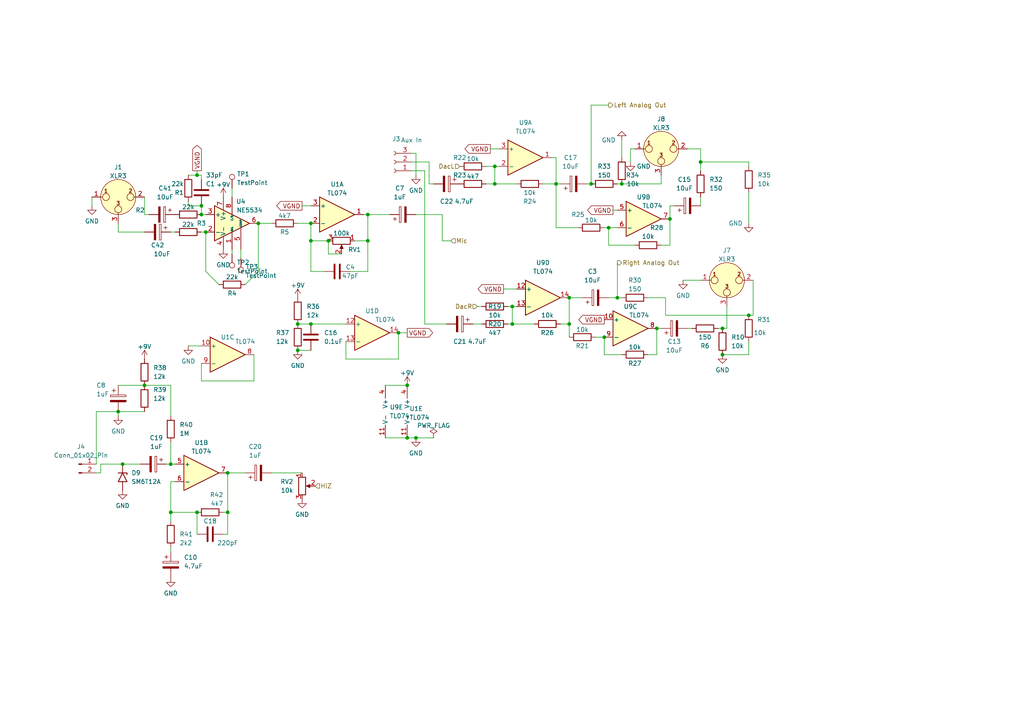
<source format=kicad_sch>
(kicad_sch (version 20230121) (generator eeschema)
  (paper "A4")
  (lib_symbols
    (symbol "Amplifier_Operational:NE5534" (pin_names (offset 0.127))
      (property "Reference" "U" (at 1.27 6.35 0))
      (property "Value" "NE5534" (at 1.27 3.81 0))
      (symbol "NE5534_0_1"
        (polyline (pts (xy -5.08 5.08) (xy 5.08 0) (xy -5.08 -5.08) (xy -5.08 5.08)) (stroke (width 0.254)) (fill (type background)))
      )
      (symbol "NE5534_1_1"
        (pin input line (at 0 -7.62 90) (length 5.08) (name "BAL") (number "1"))
        (pin input line (at -7.62 -2.54 0) (length 2.54) (name "-") (number "2"))
        (pin input line (at -7.62 2.54 0) (length 2.54) (name "+") (number "3"))
        (pin power_in line (at -2.54 -7.62 90) (length 3.81) (name "V-") (number "4"))
        (pin input line (at 2.54 -7.62 90) (length 6.35) (name "COMP") (number "5"))
        (pin output line (at 7.62 0 180) (length 2.54) (name "~") (number "6"))
        (pin power_in line (at -2.54 7.62 270) (length 3.81) (name "V+") (number "7"))
        (pin input line (at 0 7.62 270) (length 5.08) (name "C/B") (number "8"))
      )
    )
    (symbol "Amplifier_Operational:TL074" (pin_names (offset 0.127))
      (property "Reference" "U" (at 0 5.08 0))
      (property "Value" "TL074" (at 0 -5.08 0))
      (symbol "TL074_1_1"
        (polyline (pts (xy -5.08 5.08) (xy 5.08 0) (xy -5.08 -5.08) (xy -5.08 5.08)) (stroke (width 0.254)) (fill (type background)))
        (pin output line (at 7.62 0 180) (length 2.54) (name "~") (number "1"))
        (pin input line (at -7.62 -2.54 0) (length 2.54) (name "-") (number "2"))
        (pin input line (at -7.62 2.54 0) (length 2.54) (name "+") (number "3"))
      )
      (symbol "TL074_2_1"
        (polyline (pts (xy -5.08 5.08) (xy 5.08 0) (xy -5.08 -5.08) (xy -5.08 5.08)) (stroke (width 0.254)) (fill (type background)))
        (pin input line (at -7.62 2.54 0) (length 2.54) (name "+") (number "5"))
        (pin input line (at -7.62 -2.54 0) (length 2.54) (name "-") (number "6"))
        (pin output line (at 7.62 0 180) (length 2.54) (name "~") (number "7"))
      )
      (symbol "TL074_3_1"
        (polyline (pts (xy -5.08 5.08) (xy 5.08 0) (xy -5.08 -5.08) (xy -5.08 5.08)) (stroke (width 0.254)) (fill (type background)))
        (pin input line (at -7.62 2.54 0) (length 2.54) (name "+") (number "10"))
        (pin output line (at 7.62 0 180) (length 2.54) (name "~") (number "8"))
        (pin input line (at -7.62 -2.54 0) (length 2.54) (name "-") (number "9"))
      )
      (symbol "TL074_4_1"
        (polyline (pts (xy -5.08 5.08) (xy 5.08 0) (xy -5.08 -5.08) (xy -5.08 5.08)) (stroke (width 0.254)) (fill (type background)))
        (pin input line (at -7.62 2.54 0) (length 2.54) (name "+") (number "12"))
        (pin input line (at -7.62 -2.54 0) (length 2.54) (name "-") (number "13"))
        (pin output line (at 7.62 0 180) (length 2.54) (name "~") (number "14"))
      )
      (symbol "TL074_5_1"
        (pin power_in line (at -2.54 -7.62 90) (length 3.81) (name "V-") (number "11"))
        (pin power_in line (at -2.54 7.62 270) (length 3.81) (name "V+") (number "4"))
      )
    )
    (symbol "Connector:Conn_01x02_Pin" (pin_names (offset 1.016) hide)
      (property "Reference" "J" (at 0 2.54 0))
      (property "Value" "Conn_01x02_Pin" (at 0 -5.08 0))
      (symbol "Conn_01x02_Pin_1_1"
        (polyline (pts (xy 1.27 -2.54) (xy 0.8636 -2.54)) (stroke (width 0.1524)))
        (polyline (pts (xy 1.27 0) (xy 0.8636 0)) (stroke (width 0.1524)))
        (rectangle (start 0.8636 -2.413) (end 0 -2.667) (stroke (width 0.1524)) (fill (type outline)))
        (rectangle (start 0.8636 0.127) (end 0 -0.127) (stroke (width 0.1524)) (fill (type outline)))
        (pin passive line (at 5.08 0 180) (length 3.81) (name "Pin_1") (number "1"))
        (pin passive line (at 5.08 -2.54 180) (length 3.81) (name "Pin_2") (number "2"))
      )
    )
    (symbol "Connector:Conn_01x03_Female" (pin_names (offset 1.016) hide)
      (property "Reference" "J" (at 0 5.08 0))
      (property "Value" "Conn_01x03_Female" (at 0 -5.08 0))
      (symbol "Conn_01x03_Female_1_1"
        (arc (start 0 -2.032) (mid -0.5058 -2.54) (end 0 -3.048) (stroke (width 0.1524)))
        (polyline (pts (xy -1.27 -2.54) (xy -0.508 -2.54)) (stroke (width 0.1524)))
        (polyline (pts (xy -1.27 0) (xy -0.508 0)) (stroke (width 0.1524)))
        (polyline (pts (xy -1.27 2.54) (xy -0.508 2.54)) (stroke (width 0.1524)))
        (arc (start 0 0.508) (mid -0.5058 0) (end 0 -0.508) (stroke (width 0.1524)))
        (arc (start 0 3.048) (mid -0.5058 2.54) (end 0 2.032) (stroke (width 0.1524)))
        (pin passive line (at -5.08 2.54 0) (length 3.81) (name "Pin_1") (number "1"))
        (pin passive line (at -5.08 0 0) (length 3.81) (name "Pin_2") (number "2"))
        (pin passive line (at -5.08 -2.54 0) (length 3.81) (name "Pin_3") (number "3"))
      )
    )
    (symbol "Connector:TestPoint" (pin_numbers hide) (pin_names (offset 0.762) hide)
      (property "Reference" "TP" (at 0 6.858 0))
      (property "Value" "TestPoint" (at 0 5.08 0))
      (symbol "TestPoint_0_1"
        (circle (center 0 3.302) (radius 0.762))
      )
      (symbol "TestPoint_1_1"
        (pin passive line (at 0 0 90) (length 2.54) (name "1") (number "1"))
      )
    )
    (symbol "Connector:XLR3" (pin_names hide)
      (property "Reference" "J" (at 0 8.89 0))
      (property "Value" "XLR3" (at 0 6.35 0))
      (symbol "XLR3_0_1"
        (circle (center -3.556 0) (radius 1.016))
        (circle (center 0 -3.556) (radius 1.016))
        (polyline (pts (xy -5.08 0) (xy -4.572 0)))
        (polyline (pts (xy 0 -5.08) (xy 0 -4.572)))
        (polyline (pts (xy 5.08 0) (xy 4.572 0)))
        (circle (center 0 0) (radius 5.08) (fill (type background)))
        (circle (center 3.556 0) (radius 1.016))
        (text "1" (at -3.556 1.778 0) (effects (font (size 1.016 1.016) bold)))
        (text "2" (at 3.556 1.778 0) (effects (font (size 1.016 1.016) bold)))
        (text "3" (at 0 -1.778 0) (effects (font (size 1.016 1.016) bold)))
        (pin passive line (at -7.62 0 0) (length 2.54) (name "~") (number "1"))
        (pin passive line (at 7.62 0 180) (length 2.54) (name "~") (number "2"))
        (pin passive line (at 0 -7.62 90) (length 2.54) (name "~") (number "3"))
      )
    )
    (symbol "Device:C" (pin_numbers hide) (pin_names (offset 0.254))
      (property "Reference" "C" (at 0.635 2.54 0))
      (property "Value" "C" (at 0.635 -2.54 0))
      (symbol "C_0_1"
        (polyline (pts (xy -2.032 -0.762) (xy 2.032 -0.762)) (stroke (width 0.508)))
        (polyline (pts (xy -2.032 0.762) (xy 2.032 0.762)) (stroke (width 0.508)))
      )
      (symbol "C_1_1"
        (pin passive line (at 0 3.81 270) (length 2.794) (name "~") (number "1"))
        (pin passive line (at 0 -3.81 90) (length 2.794) (name "~") (number "2"))
      )
    )
    (symbol "Device:C_Polarized" (pin_numbers hide) (pin_names (offset 0.254))
      (property "Reference" "C" (at 0.635 2.54 0))
      (property "Value" "C_Polarized" (at 0.635 -2.54 0))
      (symbol "C_Polarized_0_1"
        (rectangle (start -2.286 0.508) (end 2.286 1.016))
        (polyline (pts (xy -1.778 2.286) (xy -0.762 2.286)))
        (polyline (pts (xy -1.27 2.794) (xy -1.27 1.778)))
        (rectangle (start 2.286 -0.508) (end -2.286 -1.016) (fill (type outline)))
      )
      (symbol "C_Polarized_1_1"
        (pin passive line (at 0 3.81 270) (length 2.794) (name "~") (number "1"))
        (pin passive line (at 0 -3.81 90) (length 2.794) (name "~") (number "2"))
      )
    )
    (symbol "Device:R" (pin_numbers hide) (pin_names (offset 0))
      (property "Reference" "R" (at 2.032 0 90))
      (property "Value" "R" (at 0 0 90))
      (symbol "R_0_1"
        (rectangle (start -1.016 -2.54) (end 1.016 2.54) (stroke (width 0.254)))
      )
      (symbol "R_1_1"
        (pin passive line (at 0 3.81 270) (length 1.27) (name "~") (number "1"))
        (pin passive line (at 0 -3.81 90) (length 1.27) (name "~") (number "2"))
      )
    )
    (symbol "Device:R_Potentiometer" (pin_names (offset 1.016) hide)
      (property "Reference" "RV" (at -4.445 0 90))
      (property "Value" "R_Potentiometer" (at -2.54 0 90))
      (symbol "R_Potentiometer_0_1"
        (polyline (pts (xy 2.54 0) (xy 1.524 0)))
        (polyline (pts (xy 1.143 0) (xy 2.286 0.508) (xy 2.286 -0.508) (xy 1.143 0)) (fill (type outline)))
        (rectangle (start 1.016 2.54) (end -1.016 -2.54) (stroke (width 0.254)))
      )
      (symbol "R_Potentiometer_1_1"
        (pin passive line (at 0 3.81 270) (length 1.27) (name "1") (number "1"))
        (pin passive line (at 3.81 0 180) (length 1.27) (name "2") (number "2"))
        (pin passive line (at 0 -3.81 90) (length 1.27) (name "3") (number "3"))
      )
    )
    (symbol "Diode:SM6T12A" (pin_numbers hide) (pin_names (offset 1.016) hide)
      (property "Reference" "D" (at 0 2.54 0))
      (property "Value" "SM6T12A" (at 0 -2.54 0))
      (symbol "SM6T12A_0_1"
        (polyline (pts (xy -0.762 1.27) (xy -1.27 1.27) (xy -1.27 -1.27)) (stroke (width 0.254)))
        (polyline (pts (xy 1.27 1.27) (xy 1.27 -1.27) (xy -1.27 0) (xy 1.27 1.27)) (stroke (width 0.254)))
      )
      (symbol "SM6T12A_1_1"
        (pin passive line (at -3.81 0 0) (length 2.54) (name "A1") (number "1"))
        (pin passive line (at 3.81 0 180) (length 2.54) (name "A2") (number "2"))
      )
    )
    (symbol "power:+9V" (power) (pin_names (offset 0))
      (property "Value" "+9V" (at 0 3.556 0))
      (symbol "+9V_0_1"
        (polyline (pts (xy -0.762 1.27) (xy 0 2.54)))
        (polyline (pts (xy 0 0) (xy 0 2.54)))
        (polyline (pts (xy 0 2.54) (xy 0.762 1.27)))
      )
      (symbol "+9V_1_1"
        (pin power_in line (at 0 0 90) (length 0) hide (name "+9V") (number "1"))
      )
    )
    (symbol "power:GND" (power) (pin_names (offset 0))
      (property "Value" "GND" (at 0 -3.81 0))
      (symbol "GND_0_1"
        (polyline (pts (xy 0 0) (xy 0 -1.27) (xy 1.27 -1.27) (xy 0 -2.54) (xy -1.27 -1.27) (xy 0 -1.27)))
      )
      (symbol "GND_1_1"
        (pin power_in line (at 0 0 270) (length 0) hide (name "GND") (number "1"))
      )
    )
    (symbol "power:PWR_FLAG" (power) (pin_numbers hide) (pin_names (offset 0) hide)
      (property "Value" "PWR_FLAG" (at 0 3.81 0))
      (symbol "PWR_FLAG_0_0"
        (pin power_out line (at 0 0 90) (length 0) (name "pwr") (number "1"))
      )
      (symbol "PWR_FLAG_0_1"
        (polyline (pts (xy 0 0) (xy 0 1.27) (xy -1.016 1.905) (xy 0 2.54) (xy 1.016 1.905) (xy 0 1.27)))
      )
    )
  )
  (junction (at 35.56 134.62))
  (junction (at 194.31 63.5))
  (junction (at 57.15 148.59))
  (junction (at 106.68 69.85))
  (junction (at 217.17 91.44))
  (junction (at 148.59 93.98))
  (junction (at 165.1 93.98))
  (junction (at 106.68 62.23))
  (junction (at 120.65 127))
  (junction (at 66.04 137.16))
  (junction (at 41.91 111.76))
  (junction (at 57.15 50.8))
  (junction (at 118.11 111.76))
  (junction (at 95.25 69.85))
  (junction (at 176.53 66.04))
  (junction (at 175.26 97.79))
  (junction (at 179.07 86.36))
  (junction (at 209.55 95.25))
  (junction (at 58.42 59.69))
  (junction (at 209.55 102.87))
  (junction (at 34.29 119.38))
  (junction (at 143.51 53.34))
  (junction (at 118.11 127))
  (junction (at 58.42 62.23))
  (junction (at 190.5 95.25))
  (junction (at 161.29 53.34))
  (junction (at 203.2 46.99))
  (junction (at 49.53 134.62))
  (junction (at 148.59 88.9))
  (junction (at 66.04 148.59))
  (junction (at 171.45 53.34))
  (junction (at 143.51 48.26))
  (junction (at 74.93 64.77))
  (junction (at 115.57 96.52))
  (junction (at 90.17 69.85))
  (junction (at 86.36 101.6))
  (junction (at 90.17 64.77))
  (junction (at 86.36 93.98))
  (junction (at 90.17 93.98))
  (junction (at 165.1 86.36))
  (junction (at 180.34 53.34))
  (junction (at 49.53 148.59))
  (junction (at 59.69 67.31))
  (wire (pts (xy 137.16 93.98) (xy 139.7 93.98)))
  (wire (pts (xy 41.91 57.15) (xy 41.91 62.23)))
  (wire (pts (xy 66.04 137.16) (xy 71.12 137.16)))
  (wire (pts (xy 123.19 93.98) (xy 129.54 93.98)))
  (wire (pts (xy 73.66 110.49) (xy 73.66 102.87)))
  (wire (pts (xy 198.12 81.28) (xy 203.2 81.28)))
  (wire (pts (xy 66.04 148.59) (xy 66.04 137.16)))
  (wire (pts (xy 143.51 48.26) (xy 144.78 48.26)))
  (wire (pts (xy 203.2 57.15) (xy 203.2 59.69)))
  (wire (pts (xy 187.96 102.87) (xy 190.5 102.87)))
  (wire (pts (xy 123.19 49.53) (xy 119.38 49.53)))
  (wire (pts (xy 86.36 64.77) (xy 90.17 64.77)))
  (wire (pts (xy 128.27 62.23) (xy 128.27 69.85)))
  (wire (pts (xy 86.36 101.6) (xy 90.17 101.6)))
  (wire (pts (xy 217.17 46.99) (xy 203.2 46.99)))
  (wire (pts (xy 143.51 48.26) (xy 143.51 53.34)))
  (wire (pts (xy 194.31 63.5) (xy 194.31 71.12)))
  (wire (pts (xy 67.31 54.61) (xy 67.31 57.15)))
  (wire (pts (xy 172.72 97.79) (xy 175.26 97.79)))
  (wire (pts (xy 100.33 99.06) (xy 100.33 104.14)))
  (wire (pts (xy 193.04 91.44) (xy 217.17 91.44)))
  (wire (pts (xy 67.31 72.39) (xy 67.31 73.66)))
  (wire (pts (xy 138.43 88.9) (xy 139.7 88.9)))
  (wire (pts (xy 27.94 119.38) (xy 34.29 119.38)))
  (wire (pts (xy 120.65 62.23) (xy 128.27 62.23)))
  (wire (pts (xy 193.04 86.36) (xy 193.04 91.44)))
  (wire (pts (xy 41.91 62.23) (xy 43.18 62.23)))
  (wire (pts (xy 57.15 148.59) (xy 57.15 154.94)))
  (wire (pts (xy 54.61 58.42) (xy 54.61 59.69)))
  (wire (pts (xy 90.17 78.74) (xy 90.17 69.85)))
  (wire (pts (xy 182.88 43.18) (xy 182.88 46.99)))
  (wire (pts (xy 170.18 53.34) (xy 171.45 53.34)))
  (wire (pts (xy 57.15 50.8) (xy 58.42 50.8)))
  (wire (pts (xy 34.29 67.31) (xy 41.91 67.31)))
  (wire (pts (xy 217.17 55.88) (xy 217.17 64.77)))
  (wire (pts (xy 35.56 134.62) (xy 29.21 134.62)))
  (wire (pts (xy 209.55 95.25) (xy 210.82 95.25)))
  (wire (pts (xy 74.93 64.77) (xy 74.93 78.74)))
  (wire (pts (xy 49.53 148.59) (xy 49.53 151.13)))
  (wire (pts (xy 140.97 53.34) (xy 143.51 53.34)))
  (wire (pts (xy 74.93 64.77) (xy 78.74 64.77)))
  (wire (pts (xy 40.64 134.62) (xy 35.56 134.62)))
  (wire (pts (xy 124.46 53.34) (xy 124.46 46.99)))
  (wire (pts (xy 120.65 127) (xy 125.7548 127)))
  (wire (pts (xy 157.48 53.34) (xy 161.29 53.34)))
  (wire (pts (xy 58.42 52.07) (xy 58.42 50.8)))
  (wire (pts (xy 165.1 86.36) (xy 168.91 86.36)))
  (wire (pts (xy 165.1 86.36) (xy 165.1 93.98)))
  (wire (pts (xy 49.53 128.27) (xy 49.53 134.62)))
  (wire (pts (xy 49.53 148.59) (xy 49.53 139.7)))
  (wire (pts (xy 119.38 46.99) (xy 124.46 46.99)))
  (wire (pts (xy 57.15 148.59) (xy 49.53 148.59)))
  (wire (pts (xy 29.21 134.62) (xy 29.21 137.16)))
  (wire (pts (xy 175.26 102.87) (xy 180.34 102.87)))
  (wire (pts (xy 190.5 102.87) (xy 190.5 95.25)))
  (wire (pts (xy 100.33 104.14) (xy 115.57 104.14)))
  (wire (pts (xy 217.17 48.26) (xy 217.17 46.99)))
  (wire (pts (xy 54.61 59.69) (xy 58.42 59.69)))
  (wire (pts (xy 111.76 111.76) (xy 118.11 111.76)))
  (wire (pts (xy 143.51 53.34) (xy 149.86 53.34)))
  (wire (pts (xy 58.42 110.49) (xy 73.66 110.49)))
  (wire (pts (xy 49.53 158.75) (xy 49.53 160.02)))
  (wire (pts (xy 175.26 66.04) (xy 176.53 66.04)))
  (wire (pts (xy 106.68 62.23) (xy 113.03 62.23)))
  (wire (pts (xy 49.53 67.31) (xy 50.8 67.31)))
  (wire (pts (xy 49.53 134.62) (xy 50.8 134.62)))
  (wire (pts (xy 203.2 43.18) (xy 199.39 43.18)))
  (wire (pts (xy 111.76 127) (xy 118.11 127)))
  (wire (pts (xy 29.21 137.16) (xy 27.94 137.16)))
  (wire (pts (xy 203.2 43.18) (xy 203.2 46.99)))
  (wire (pts (xy 54.61 50.8) (xy 57.15 50.8)))
  (wire (pts (xy 148.59 93.98) (xy 154.94 93.98)))
  (wire (pts (xy 161.29 45.72) (xy 161.29 53.34)))
  (wire (pts (xy 64.77 154.94) (xy 66.04 154.94)))
  (wire (pts (xy 147.32 88.9) (xy 148.59 88.9)))
  (wire (pts (xy 57.15 49.53) (xy 57.15 50.8)))
  (wire (pts (xy 90.17 69.85) (xy 90.17 64.77)))
  (wire (pts (xy 176.53 71.12) (xy 184.15 71.12)))
  (wire (pts (xy 49.53 111.76) (xy 49.53 120.65)))
  (wire (pts (xy 102.87 69.85) (xy 106.68 69.85)))
  (wire (pts (xy 34.29 64.77) (xy 34.29 67.31)))
  (wire (pts (xy 27.94 134.62) (xy 27.94 119.38)))
  (wire (pts (xy 120.65 50.8) (xy 120.65 44.45)))
  (wire (pts (xy 187.96 86.36) (xy 193.04 86.36)))
  (wire (pts (xy 160.02 45.72) (xy 161.29 45.72)))
  (wire (pts (xy 194.31 59.69) (xy 194.31 63.5)))
  (wire (pts (xy 176.53 66.04) (xy 176.53 71.12)))
  (wire (pts (xy 120.65 44.45) (xy 119.38 44.45)))
  (wire (pts (xy 34.29 119.38) (xy 34.29 120.65)))
  (wire (pts (xy 179.07 53.34) (xy 180.34 53.34)))
  (wire (pts (xy 87.63 59.69) (xy 90.17 59.69)))
  (wire (pts (xy 190.5 95.25) (xy 191.77 95.25)))
  (wire (pts (xy 171.45 30.48) (xy 176.53 30.48)))
  (wire (pts (xy 140.97 48.26) (xy 143.51 48.26)))
  (wire (pts (xy 64.77 148.59) (xy 66.04 148.59)))
  (wire (pts (xy 182.88 43.18) (xy 184.15 43.18)))
  (wire (pts (xy 146.05 83.82) (xy 149.86 83.82)))
  (wire (pts (xy 195.58 59.69) (xy 194.31 59.69)))
  (wire (pts (xy 210.82 95.25) (xy 210.82 88.9)))
  (wire (pts (xy 58.42 59.69) (xy 58.42 62.23)))
  (wire (pts (xy 162.56 93.98) (xy 165.1 93.98)))
  (wire (pts (xy 34.29 111.76) (xy 41.91 111.76)))
  (wire (pts (xy 63.5 82.55) (xy 59.69 78.74)))
  (wire (pts (xy 191.77 53.34) (xy 191.77 50.8)))
  (wire (pts (xy 217.17 99.06) (xy 217.17 102.87)))
  (wire (pts (xy 161.29 66.04) (xy 167.64 66.04)))
  (wire (pts (xy 90.17 78.74) (xy 93.98 78.74)))
  (wire (pts (xy 48.26 134.62) (xy 49.53 134.62)))
  (wire (pts (xy 118.11 127) (xy 120.65 127)))
  (wire (pts (xy 90.17 93.98) (xy 100.33 93.98)))
  (wire (pts (xy 161.29 53.34) (xy 161.29 66.04)))
  (wire (pts (xy 208.28 95.25) (xy 209.55 95.25)))
  (wire (pts (xy 58.42 67.31) (xy 59.69 67.31)))
  (wire (pts (xy 106.68 62.23) (xy 105.41 62.23)))
  (wire (pts (xy 176.53 86.36) (xy 179.07 86.36)))
  (wire (pts (xy 71.12 82.55) (xy 74.93 78.74)))
  (wire (pts (xy 95.25 69.85) (xy 90.17 69.85)))
  (wire (pts (xy 59.69 67.31) (xy 59.69 78.74)))
  (wire (pts (xy 124.46 53.34) (xy 125.73 53.34)))
  (wire (pts (xy 106.68 78.74) (xy 106.68 69.85)))
  (wire (pts (xy 180.34 40.64) (xy 180.34 45.72)))
  (wire (pts (xy 179.07 86.36) (xy 180.34 86.36)))
  (wire (pts (xy 203.2 46.99) (xy 203.2 49.53)))
  (wire (pts (xy 66.04 154.94) (xy 66.04 148.59)))
  (wire (pts (xy 115.57 104.14) (xy 115.57 96.52)))
  (wire (pts (xy 217.17 91.44) (xy 218.44 91.44)))
  (wire (pts (xy 171.45 30.48) (xy 171.45 53.34)))
  (wire (pts (xy 106.68 69.85) (xy 106.68 62.23)))
  (wire (pts (xy 58.42 62.23) (xy 59.69 62.23)))
  (wire (pts (xy 123.19 49.53) (xy 123.19 93.98)))
  (wire (pts (xy 115.57 96.52) (xy 118.11 96.52)))
  (wire (pts (xy 101.6 78.74) (xy 106.68 78.74)))
  (wire (pts (xy 179.07 66.04) (xy 176.53 66.04)))
  (wire (pts (xy 58.42 105.41) (xy 58.42 110.49)))
  (wire (pts (xy 69.85 72.39) (xy 69.85 74.93)))
  (wire (pts (xy 179.07 76.2) (xy 179.07 86.36)))
  (wire (pts (xy 26.67 57.15) (xy 26.67 59.69)))
  (wire (pts (xy 86.36 93.98) (xy 90.17 93.98)))
  (wire (pts (xy 148.59 88.9) (xy 149.86 88.9)))
  (wire (pts (xy 147.32 93.98) (xy 148.59 93.98)))
  (wire (pts (xy 41.91 111.76) (xy 49.53 111.76)))
  (wire (pts (xy 217.17 102.87) (xy 209.55 102.87)))
  (wire (pts (xy 165.1 97.79) (xy 165.1 93.98)))
  (wire (pts (xy 87.63 137.16) (xy 78.74 137.16)))
  (wire (pts (xy 34.29 119.38) (xy 41.91 119.38)))
  (wire (pts (xy 49.53 139.7) (xy 50.8 139.7)))
  (wire (pts (xy 180.34 53.34) (xy 191.77 53.34)))
  (wire (pts (xy 199.39 95.25) (xy 200.66 95.25)))
  (wire (pts (xy 95.25 73.66) (xy 95.25 69.85)))
  (wire (pts (xy 218.44 91.44) (xy 218.44 81.28)))
  (wire (pts (xy 177.8 60.96) (xy 179.07 60.96)))
  (wire (pts (xy 175.26 97.79) (xy 175.26 102.87)))
  (wire (pts (xy 194.31 71.12) (xy 191.77 71.12)))
  (wire (pts (xy 54.61 100.33) (xy 58.42 100.33)))
  (wire (pts (xy 161.29 53.34) (xy 162.56 53.34)))
  (wire (pts (xy 99.06 73.66) (xy 95.25 73.66)))
  (wire (pts (xy 128.27 69.85) (xy 130.81 69.85)))
  (wire (pts (xy 148.59 88.9) (xy 148.59 93.98)))
  (wire (pts (xy 142.24 43.18) (xy 144.78 43.18)))
  (global_label "VGND" (shape output) (at 57.15 49.53 90) (property "Intersheetrefs" "${INTERSHEET_REFS}" (effects hide)))
  (global_label "VGND" (shape output) (at 87.63 59.69 180) (property "Intersheetrefs" "${INTERSHEET_REFS}" (effects hide)))
  (global_label "VGND" (shape output) (at 118.11 96.52 0) (property "Intersheetrefs" "${INTERSHEET_REFS}" (effects hide)))
  (global_label "VGND" (shape output) (at 146.05 83.82 180) (property "Intersheetrefs" "${INTERSHEET_REFS}" (effects hide)))
  (global_label "VGND" (shape output) (at 175.26 92.71 180) (property "Intersheetrefs" "${INTERSHEET_REFS}" (effects hide)))
  (global_label "VGND" (shape output) (at 177.8 60.96 180) (property "Intersheetrefs" "${INTERSHEET_REFS}" (effects hide)))
  (global_label "VGND" (shape output) (at 142.24 43.18 180) (property "Intersheetrefs" "${INTERSHEET_REFS}" (effects hide)))
  (hierarchical_label "DacR" (shape input) (at 138.43 88.9 180))
  (hierarchical_label "Mic" (shape input) (at 130.81 69.85 0))
  (hierarchical_label "DacL" (shape input) (at 133.35 48.26 180))
  (hierarchical_label "Right Analog Out" (shape output) (at 179.07 76.2 0))
  (hierarchical_label "Left Analog Out" (shape output) (at 176.53 30.48 0))
  (hierarchical_label "HiZ" (shape input) (at 91.44 140.97 0))
  (symbol (lib_id "Device:R") (at 184.15 102.87 90) (unit 1)
    (property "Reference" "R27" (at 184.15 105.41 90))
    (property "Value" "10k" (at 184.15 100.6911 90))
    (property "Footprint" "Resistor_SMD:R_0603_1608Metric_Pad0.98x0.95mm_HandSolder" (effects hide))
  )
  (symbol (lib_id "Amplifier_Operational:NE5534") (at 67.31 64.77 0) (unit 1)
    (property "Reference" "U4" (at 69.85 58.42 0))
    (property "Value" "NE5534" (at 72.39 60.96 0))
    (property "Footprint" "Package_SO:SOIC-8_3.9x4.9mm_P1.27mm" (effects hide))
    (property "Datasheet" "http://www.ti.com/lit/ds/symlink/ne5534.pdf" (effects hide))
  )
  (symbol (lib_id "power:+9V") (at 118.11 111.76 0) (unit 1)
    (property "Reference" "#PWR02" (effects hide))
    (property "Value" "+9V" (at 118.11 108.1842 0))
  )
  (symbol (lib_id "power:GND") (at 34.29 120.65 0) (unit 1)
    (property "Reference" "#PWR013" (effects hide))
    (property "Value" "GND" (at 34.29 125.0934 0))
  )
  (symbol (lib_id "Device:R") (at 143.51 93.98 90) (unit 1)
    (property "Reference" "R20" (at 143.51 93.98 90))
    (property "Value" "4k7" (at 143.51 96.52 90))
    (property "Footprint" "Resistor_SMD:R_0603_1608Metric_Pad0.98x0.95mm_HandSolder" (effects hide))
  )
  (symbol (lib_id "Device:C") (at 90.17 97.79 0) (unit 1)
    (property "Reference" "C16" (at 93.98 96.52 0) (effects (justify left)))
    (property "Value" "0.1uF" (at 93.98 99.06 0) (effects (justify left)))
    (property "Footprint" "Capacitor_SMD:C_1210_3225Metric_Pad1.33x2.70mm_HandSolder" (effects hide))
  )
  (symbol (lib_id "Device:C_Polarized") (at 195.58 95.25 90) (unit 1)
    (property "Reference" "C13" (at 195.58 99.06 90))
    (property "Value" "10uF" (at 195.58 101.6 90))
    (property "Footprint" "Capacitor_SMD:CP_Elec_4x4.5" (effects hide))
  )
  (symbol (lib_id "power:GND") (at 198.12 81.28 0) (unit 1)
    (property "Reference" "#PWR025" (effects hide))
    (property "Value" "GND" (at 198.12 85.7234 0))
  )
  (symbol (lib_id "Connector:TestPoint") (at 67.31 73.66 180) (unit 1)
    (property "Reference" "TP2" (at 68.707 76.1273 0) (effects (justify right)))
    (property "Value" "TestPoint" (at 68.707 78.6642 0) (effects (justify right)))
    (property "Footprint" "TestPoint:TestPoint_Pad_D1.5mm" (effects hide))
  )
  (symbol (lib_id "Device:R") (at 54.61 62.23 90) (unit 1)
    (property "Reference" "R2" (at 40.64 60.96 90))
    (property "Value" "22k" (at 54.61 60.0511 90))
    (property "Footprint" "Resistor_SMD:R_0603_1608Metric_Pad0.98x0.95mm_HandSolder" (effects hide))
  )
  (symbol (lib_id "Connector:XLR3") (at 34.29 57.15 0) (unit 1)
    (property "Reference" "J1" (at 34.29 48.4972 0))
    (property "Value" "XLR3" (at 34.29 51.0341 0))
    (property "Footprint" "Connector_PinHeader_2.54mm:PinHeader_1x03_P2.54mm_Vertical" (effects hide))
    (property "Datasheet" " ~" (effects hide))
  )
  (symbol (lib_id "power:GND") (at 64.77 72.39 0) (unit 1)
    (property "Reference" "#PWR012" (effects hide))
    (property "Value" "GND" (at 64.77 76.8334 0))
  )
  (symbol (lib_id "Connector:XLR3") (at 191.77 43.18 0) (unit 1)
    (property "Reference" "J8" (at 191.77 34.5272 0))
    (property "Value" "XLR3" (at 191.77 37.0641 0))
    (property "Footprint" "Connector_PinHeader_2.54mm:PinHeader_1x03_P2.54mm_Vertical" (effects hide))
    (property "Datasheet" " ~" (effects hide))
  )
  (symbol (lib_id "Device:C_Polarized") (at 133.35 93.98 270) (unit 1)
    (property "Reference" "C21" (at 133.35 99.06 90))
    (property "Value" "4.7uF" (at 138.43 99.06 90))
    (property "Footprint" "Capacitor_SMD:CP_Elec_4x4.5" (effects hide))
  )
  (symbol (lib_id "Device:R") (at 67.31 82.55 90) (unit 1)
    (property "Reference" "R4" (at 67.31 85.09 90))
    (property "Value" "22k" (at 67.31 80.3711 90))
    (property "Footprint" "Resistor_SMD:R_0603_1608Metric_Pad0.98x0.95mm_HandSolder" (effects hide))
  )
  (symbol (lib_id "Device:R") (at 209.55 99.06 0) (unit 1)
    (property "Reference" "R10" (at 212.09 97.79 0) (effects (justify left)))
    (property "Value" "10k" (at 212.09 100.33 0) (effects (justify left)))
    (property "Footprint" "Resistor_SMD:R_0603_1608Metric_Pad0.98x0.95mm_HandSolder" (effects hide))
  )
  (symbol (lib_id "Device:C_Polarized") (at 116.84 62.23 90) (unit 1)
    (property "Reference" "C7" (at 115.951 54.61 90))
    (property "Value" "1uF" (at 115.951 57.15 90))
    (property "Footprint" "Capacitor_SMD:CP_Elec_4x4.5" (effects hide))
  )
  (symbol (lib_id "power:GND") (at 182.88 46.99 0) (unit 1)
    (property "Reference" "#PWR022" (effects hide))
    (property "Value" "GND" (at 186.69 48.26 0))
  )
  (symbol (lib_id "Amplifier_Operational:TL074") (at 157.48 86.36 0) (unit 4)
    (property "Reference" "U9" (at 157.48 76.2 0))
    (property "Value" "TL074" (at 157.48 78.74 0))
    (property "Footprint" "Package_SO:SOIC-14_3.9x8.7mm_P1.27mm" (effects hide))
    (property "Datasheet" "http://www.ti.com/lit/ds/symlink/tl071.pdf" (effects hide))
  )
  (symbol (lib_id "power:+9V") (at 41.91 104.14 0) (unit 1)
    (property "Reference" "#PWR019" (effects hide))
    (property "Value" "+9V" (at 41.91 100.5642 0))
  )
  (symbol (lib_id "power:GND") (at 217.17 64.77 0) (unit 1)
    (property "Reference" "#PWR028" (effects hide))
    (property "Value" "GND" (at 213.36 64.77 0))
  )
  (symbol (lib_id "power:GND") (at 86.36 101.6 0) (unit 1)
    (property "Reference" "#PWR014" (effects hide))
    (property "Value" "GND" (at 86.36 106.0434 0))
  )
  (symbol (lib_id "Device:R") (at 137.16 48.26 90) (unit 1)
    (property "Reference" "R22" (at 133.35 45.72 90))
    (property "Value" "10k" (at 137.16 46.0811 90))
    (property "Footprint" "Resistor_SMD:R_0603_1608Metric_Pad0.98x0.95mm_HandSolder" (effects hide))
  )
  (symbol (lib_id "Device:R") (at 82.55 64.77 270) (unit 1)
    (property "Reference" "R5" (at 82.55 67.31 90))
    (property "Value" "4k7" (at 82.55 62.5911 90))
    (property "Footprint" "Resistor_SMD:R_0603_1608Metric_Pad0.98x0.95mm_HandSolder" (effects hide))
  )
  (symbol (lib_id "Device:R") (at 217.17 52.07 0) (unit 1)
    (property "Reference" "R35" (at 219.71 50.8 0) (effects (justify left)))
    (property "Value" "10k" (at 219.71 53.34 0) (effects (justify left)))
    (property "Footprint" "Resistor_SMD:R_0603_1608Metric_Pad0.98x0.95mm_HandSolder" (effects hide))
  )
  (symbol (lib_id "Device:R_Potentiometer") (at 87.63 140.97 0) (unit 1)
    (property "Reference" "RV2" (at 85.09 139.7 0) (effects (justify right)))
    (property "Value" "10k" (at 85.09 142.24 0) (effects (justify right)))
    (property "Footprint" "Connector_PinHeader_2.54mm:PinHeader_1x03_P2.54mm_Vertical" (effects hide))
  )
  (symbol (lib_id "Device:R") (at 203.2 53.34 0) (unit 1)
    (property "Reference" "R32" (at 205.74 52.07 0) (effects (justify left)))
    (property "Value" "150" (at 205.74 54.61 0) (effects (justify left)))
    (property "Footprint" "Resistor_SMD:R_0603_1608Metric_Pad0.98x0.95mm_HandSolder" (effects hide))
  )
  (symbol (lib_id "power:GND") (at 35.56 142.24 0) (unit 1)
    (property "Reference" "#PWR050" (effects hide))
    (property "Value" "GND" (at 35.56 146.6834 0))
  )
  (symbol (lib_id "Device:R") (at 41.91 107.95 0) (unit 1)
    (property "Reference" "R38" (at 44.45 106.68 0) (effects (justify left)))
    (property "Value" "12k" (at 44.45 109.22 0) (effects (justify left)))
    (property "Footprint" "Resistor_SMD:R_0603_1608Metric_Pad0.98x0.95mm_HandSolder" (effects hide))
  )
  (symbol (lib_id "Device:R") (at 49.53 154.94 0) (unit 1)
    (property "Reference" "R41" (at 52.07 154.94 0) (effects (justify left)))
    (property "Value" "2k2" (at 52.07 157.48 0) (effects (justify left)))
    (property "Footprint" "Resistor_SMD:R_0603_1608Metric_Pad0.98x0.95mm_HandSolder" (effects hide))
  )
  (symbol (lib_id "Connector:TestPoint") (at 67.31 54.61 0) (unit 1)
    (property "Reference" "TP1" (at 68.707 50.4733 0) (effects (justify left)))
    (property "Value" "TestPoint" (at 68.707 53.0102 0) (effects (justify left)))
    (property "Footprint" "TestPoint:TestPoint_Pad_D1.5mm" (effects hide))
  )
  (symbol (lib_id "Device:C_Polarized") (at 49.53 163.83 0) (unit 1)
    (property "Reference" "C10" (at 53.34 161.671 0) (effects (justify left)))
    (property "Value" "4.7uF" (at 53.34 164.211 0) (effects (justify left)))
    (property "Footprint" "Capacitor_SMD:CP_Elec_4x4.5" (effects hide))
  )
  (symbol (lib_id "Device:R") (at 49.53 124.46 0) (unit 1)
    (property "Reference" "R40" (at 52.07 123.19 0) (effects (justify left)))
    (property "Value" "1M" (at 52.07 125.73 0) (effects (justify left)))
    (property "Footprint" "Resistor_SMD:R_0603_1608Metric_Pad0.98x0.95mm_HandSolder" (effects hide))
  )
  (symbol (lib_id "Device:R") (at 204.47 95.25 270) (unit 1)
    (property "Reference" "R6" (at 204.47 100.33 90))
    (property "Value" "150" (at 204.47 97.79 90))
    (property "Footprint" "Resistor_SMD:R_0603_1608Metric_Pad0.98x0.95mm_HandSolder" (effects hide))
  )
  (symbol (lib_id "Device:R") (at 86.36 90.17 0) (unit 1)
    (property "Reference" "R36" (at 88.9 88.9 0) (effects (justify left)))
    (property "Value" "12k" (at 88.9 91.44 0) (effects (justify left)))
    (property "Footprint" "Resistor_SMD:R_0603_1608Metric_Pad0.98x0.95mm_HandSolder" (effects hide))
  )
  (symbol (lib_id "Diode:SM6T12A") (at 35.56 138.43 270) (unit 1)
    (property "Reference" "D9" (at 38.1 137.16 90) (effects (justify left)))
    (property "Value" "SM6T12A" (at 38.1 139.7 90) (effects (justify left)))
    (property "Footprint" "Diode_SMD:D_SMB" (effects hide))
    (property "Datasheet" "https://www.st.com/resource/en/datasheet/sm6t.pdf" (effects hide))
  )
  (symbol (lib_id "power:GND") (at 54.61 100.33 0) (unit 1)
    (property "Reference" "#PWR017" (effects hide))
    (property "Value" "GND" (at 54.61 104.7734 0))
  )
  (symbol (lib_id "Device:R") (at 217.17 95.25 0) (mirror y) (unit 1)
    (property "Reference" "R31" (at 223.52 92.71 0) (effects (justify left)))
    (property "Value" "10k" (at 222.25 96.52 0) (effects (justify left)))
    (property "Footprint" "Resistor_SMD:R_0603_1608Metric_Pad0.98x0.95mm_HandSolder" (effects hide))
  )
  (symbol (lib_id "Amplifier_Operational:TL074") (at 186.69 63.5 0) (unit 2)
    (property "Reference" "U9" (at 186.69 57.15 0))
    (property "Value" "TL074" (at 189.23 59.69 0))
    (property "Footprint" "Package_SO:SOIC-14_3.9x8.7mm_P1.27mm" (effects hide))
    (property "Datasheet" "http://www.ti.com/lit/ds/symlink/tl071.pdf" (effects hide))
  )
  (symbol (lib_id "Device:C") (at 97.79 78.74 90) (unit 1)
    (property "Reference" "C4" (at 101.6 77.47 90))
    (property "Value" "47pF" (at 101.6 80.01 90))
    (property "Footprint" "Capacitor_SMD:C_0603_1608Metric_Pad1.08x0.95mm_HandSolder" (effects hide))
  )
  (symbol (lib_id "Amplifier_Operational:TL074") (at 58.42 137.16 0) (unit 2)
    (property "Reference" "U1" (at 58.42 128.3802 0))
    (property "Value" "TL074" (at 58.42 130.9171 0))
    (property "Footprint" "Package_SO:SOIC-14_3.9x8.7mm_P1.27mm" (effects hide))
    (property "Datasheet" "http://www.ti.com/lit/ds/symlink/tl071.pdf" (effects hide))
  )
  (symbol (lib_id "Device:C_Polarized") (at 45.72 67.31 270) (unit 1)
    (property "Reference" "C42" (at 45.72 71.12 90))
    (property "Value" "10uF" (at 46.99 73.66 90))
    (property "Footprint" "Capacitor_SMD:CP_Elec_4x4.5" (effects hide))
  )
  (symbol (lib_id "Amplifier_Operational:TL074") (at 66.04 102.87 0) (unit 3)
    (property "Reference" "U1" (at 66.04 97.79 0))
    (property "Value" "TL074" (at 71.12 99.06 0))
    (property "Footprint" "Package_SO:SOIC-14_3.9x8.7mm_P1.27mm" (effects hide))
    (property "Datasheet" "http://www.ti.com/lit/ds/symlink/tl071.pdf" (effects hide))
  )
  (symbol (lib_id "Amplifier_Operational:TL074") (at 114.3 119.38 0) (unit 5)
    (property "Reference" "U9" (at 113.03 118.11 0) (effects (justify left)))
    (property "Value" "TL074" (at 113.03 120.65 0) (effects (justify left)))
    (property "Footprint" "Package_SO:SOIC-14_3.9x8.7mm_P1.27mm" (effects hide))
    (property "Datasheet" "http://www.ti.com/lit/ds/symlink/tl071.pdf" (effects hide))
  )
  (symbol (lib_id "power:GND") (at 87.63 144.78 0) (unit 1)
    (property "Reference" "#PWR021" (effects hide))
    (property "Value" "GND" (at 87.63 149.2234 0))
  )
  (symbol (lib_id "Device:C_Polarized") (at 129.54 53.34 270) (unit 1)
    (property "Reference" "C22" (at 129.54 58.42 90))
    (property "Value" "4.7uF" (at 134.62 58.42 90))
    (property "Footprint" "Capacitor_SMD:CP_Elec_4x4.5" (effects hide))
  )
  (symbol (lib_id "Device:R") (at 184.15 86.36 90) (unit 1)
    (property "Reference" "R30" (at 184.15 81.28 90))
    (property "Value" "150" (at 184.15 83.82 90))
    (property "Footprint" "Resistor_SMD:R_0603_1608Metric_Pad0.98x0.95mm_HandSolder" (effects hide))
  )
  (symbol (lib_id "Device:R") (at 180.34 49.53 180) (unit 1)
    (property "Reference" "R34" (at 185.42 50.8 0) (effects (justify left)))
    (property "Value" "10k" (at 185.42 53.34 0) (effects (justify left)))
    (property "Footprint" "Resistor_SMD:R_0603_1608Metric_Pad0.98x0.95mm_HandSolder" (effects hide))
  )
  (symbol (lib_id "Connector:XLR3") (at 210.82 81.28 0) (unit 1)
    (property "Reference" "J7" (at 210.82 72.6272 0))
    (property "Value" "XLR3" (at 210.82 75.1641 0))
    (property "Footprint" "Connector_PinHeader_2.54mm:PinHeader_1x03_P2.54mm_Vertical" (effects hide))
    (property "Datasheet" " ~" (effects hide))
  )
  (symbol (lib_id "Device:C_Polarized") (at 172.72 86.36 90) (unit 1)
    (property "Reference" "C3" (at 171.831 78.74 90))
    (property "Value" "10uF" (at 171.831 81.28 90))
    (property "Footprint" "Capacitor_SMD:CP_Elec_4x4.5" (effects hide))
  )
  (symbol (lib_id "Device:C") (at 58.42 55.88 0) (unit 1)
    (property "Reference" "C1" (at 59.69 53.34 0) (effects (justify left)))
    (property "Value" "33pF" (at 59.69 50.8 0) (effects (justify left)))
    (property "Footprint" "Capacitor_SMD:C_0805_2012Metric_Pad1.18x1.45mm_HandSolder" (effects hide))
  )
  (symbol (lib_id "Device:C_Polarized") (at 74.93 137.16 90) (unit 1)
    (property "Reference" "C20" (at 74.041 129.54 90))
    (property "Value" "1uF" (at 74.041 132.08 90))
    (property "Footprint" "Capacitor_SMD:CP_Elec_4x4.5" (effects hide))
  )
  (symbol (lib_id "Device:C_Polarized") (at 34.29 115.57 0) (unit 1)
    (property "Reference" "C8" (at 27.94 111.76 0) (effects (justify left)))
    (property "Value" "1uF" (at 27.94 114.3 0) (effects (justify left)))
    (property "Footprint" "Capacitor_SMD:CP_Elec_4x4.5" (effects hide))
  )
  (symbol (lib_id "Amplifier_Operational:TL074") (at 120.65 119.38 0) (unit 5)
    (property "Reference" "U1" (at 118.745 118.5453 0) (effects (justify left)))
    (property "Value" "TL074" (at 118.745 121.0822 0) (effects (justify left)))
    (property "Footprint" "Package_SO:SOIC-14_3.9x8.7mm_P1.27mm" (effects hide))
    (property "Datasheet" "http://www.ti.com/lit/ds/symlink/tl071.pdf" (effects hide))
  )
  (symbol (lib_id "power:+9V") (at 64.77 57.15 0) (unit 1)
    (property "Reference" "#PWR011" (effects hide))
    (property "Value" "+9V" (at 64.77 53.5742 0))
  )
  (symbol (lib_id "power:GND") (at 26.67 59.69 0) (unit 1)
    (property "Reference" "#PWR01" (effects hide))
    (property "Value" "GND" (at 26.67 64.1334 0))
  )
  (symbol (lib_id "Device:R") (at 60.96 148.59 90) (unit 1)
    (property "Reference" "R42" (at 64.77 143.51 90) (effects (justify left)))
    (property "Value" "4k7" (at 64.77 146.05 90) (effects (justify left)))
    (property "Footprint" "Resistor_SMD:R_0603_1608Metric_Pad0.98x0.95mm_HandSolder" (effects hide))
  )
  (symbol (lib_id "Device:C_Polarized") (at 44.45 134.62 270) (unit 1)
    (property "Reference" "C19" (at 45.339 127 90))
    (property "Value" "1uF" (at 45.339 129.54 90))
    (property "Footprint" "Capacitor_SMD:CP_Elec_4x4.5" (effects hide))
  )
  (symbol (lib_id "power:GND") (at 120.65 50.8 0) (unit 1)
    (property "Reference" "#PWR015" (effects hide))
    (property "Value" "GND" (at 120.65 55.2434 0))
  )
  (symbol (lib_id "power:PWR_FLAG") (at 125.7548 127 0) (unit 1)
    (property "Reference" "#FLG01" (effects hide))
    (property "Value" "PWR_FLAG" (at 125.7548 123.4242 0))
  )
  (symbol (lib_id "Device:C") (at 60.96 154.94 90) (unit 1)
    (property "Reference" "C18" (at 60.96 151.13 90))
    (property "Value" "220pF" (at 66.04 157.48 90))
    (property "Footprint" "Capacitor_SMD:C_0603_1608Metric_Pad1.08x0.95mm_HandSolder" (effects hide))
  )
  (symbol (lib_id "Device:C_Polarized") (at 199.39 59.69 90) (unit 1)
    (property "Reference" "C15" (at 198.501 52.07 90))
    (property "Value" "10uF" (at 198.501 54.61 90))
    (property "Footprint" "Capacitor_SMD:CP_Elec_4x4.5" (effects hide))
  )
  (symbol (lib_id "Amplifier_Operational:TL074") (at 182.88 95.25 0) (unit 3)
    (property "Reference" "U9" (at 182.88 88.9 0))
    (property "Value" "TL074" (at 185.42 91.44 0))
    (property "Footprint" "Package_SO:SOIC-14_3.9x8.7mm_P1.27mm" (effects hide))
    (property "Datasheet" "http://www.ti.com/lit/ds/symlink/tl071.pdf" (effects hide))
  )
  (symbol (lib_id "Device:R") (at 175.26 53.34 90) (unit 1)
    (property "Reference" "R33" (at 175.26 48.26 90))
    (property "Value" "150" (at 175.26 50.8 90))
    (property "Footprint" "Resistor_SMD:R_0603_1608Metric_Pad0.98x0.95mm_HandSolder" (effects hide))
  )
  (symbol (lib_id "Device:C_Polarized") (at 166.37 53.34 90) (unit 1)
    (property "Reference" "C17" (at 165.481 45.72 90))
    (property "Value" "10uF" (at 165.481 48.26 90))
    (property "Footprint" "Capacitor_SMD:CP_Elec_4x4.5" (effects hide))
  )
  (symbol (lib_id "power:GND") (at 180.34 40.64 180) (unit 1)
    (property "Reference" "#PWR023" (effects hide))
    (property "Value" "GND" (at 176.53 40.64 0))
  )
  (symbol (lib_id "Device:R") (at 171.45 66.04 90) (unit 1)
    (property "Reference" "R25" (at 167.64 62.23 90))
    (property "Value" "10k" (at 171.45 63.8611 90))
    (property "Footprint" "Resistor_SMD:R_0603_1608Metric_Pad0.98x0.95mm_HandSolder" (effects hide))
  )
  (symbol (lib_id "Device:R") (at 143.51 88.9 90) (unit 1)
    (property "Reference" "R19" (at 143.51 88.9 90))
    (property "Value" "10k" (at 143.51 91.44 90))
    (property "Footprint" "Resistor_SMD:R_0603_1608Metric_Pad0.98x0.95mm_HandSolder" (effects hide))
  )
  (symbol (lib_id "Device:R") (at 41.91 115.57 0) (unit 1)
    (property "Reference" "R39" (at 44.45 113.03 0) (effects (justify left)))
    (property "Value" "12k" (at 44.45 115.57 0) (effects (justify left)))
    (property "Footprint" "Resistor_SMD:R_0603_1608Metric_Pad0.98x0.95mm_HandSolder" (effects hide))
  )
  (symbol (lib_id "Device:R") (at 54.61 54.61 0) (unit 1)
    (property "Reference" "R1" (at 53.34 55.88 0) (effects (justify right)))
    (property "Value" "22k" (at 53.34 53.34 0) (effects (justify right)))
    (property "Footprint" "Resistor_SMD:R_0603_1608Metric_Pad0.98x0.95mm_HandSolder" (effects hide))
  )
  (symbol (lib_id "Device:R") (at 137.16 53.34 90) (unit 1)
    (property "Reference" "R23" (at 133.35 50.8 90))
    (property "Value" "4k7" (at 137.16 51.1611 90))
    (property "Footprint" "Resistor_SMD:R_0603_1608Metric_Pad0.98x0.95mm_HandSolder" (effects hide))
  )
  (symbol (lib_id "Device:R_Potentiometer") (at 99.06 69.85 270) (unit 1)
    (property "Reference" "RV1" (at 102.87 72.39 90))
    (property "Value" "100k" (at 99.06 67.6711 90))
    (property "Footprint" "Connector_PinHeader_2.54mm:PinHeader_1x03_P2.54mm_Vertical" (effects hide))
  )
  (symbol (lib_id "Amplifier_Operational:TL074") (at 97.79 62.23 0) (unit 1)
    (property "Reference" "U1" (at 97.79 53.4502 0))
    (property "Value" "TL074" (at 97.79 55.9871 0))
    (property "Footprint" "Package_SO:SOIC-14_3.9x8.7mm_P1.27mm" (effects hide))
    (property "Datasheet" "http://www.ti.com/lit/ds/symlink/tl071.pdf" (effects hide))
  )
  (symbol (lib_id "Amplifier_Operational:TL074") (at 152.4 45.72 0) (unit 1)
    (property "Reference" "U9" (at 152.4 35.56 0))
    (property "Value" "TL074" (at 152.4 38.1 0))
    (property "Footprint" "Package_SO:SOIC-14_3.9x8.7mm_P1.27mm" (effects hide))
    (property "Datasheet" "http://www.ti.com/lit/ds/symlink/tl071.pdf" (effects hide))
  )
  (symbol (lib_id "Device:R") (at 158.75 93.98 90) (unit 1)
    (property "Reference" "R26" (at 158.75 96.52 90))
    (property "Value" "10k" (at 158.75 91.44 90))
    (property "Footprint" "Resistor_SMD:R_0603_1608Metric_Pad0.98x0.95mm_HandSolder" (effects hide))
  )
  (symbol (lib_id "Amplifier_Operational:TL074") (at 107.95 96.52 0) (unit 4)
    (property "Reference" "U1" (at 107.95 90.17 0))
    (property "Value" "TL074" (at 111.76 92.71 0))
    (property "Footprint" "Package_SO:SOIC-14_3.9x8.7mm_P1.27mm" (effects hide))
    (property "Datasheet" "http://www.ti.com/lit/ds/symlink/tl071.pdf" (effects hide))
  )
  (symbol (lib_id "power:GND") (at 209.55 102.87 0) (unit 1)
    (property "Reference" "#PWR027" (effects hide))
    (property "Value" "GND" (at 209.55 107.3134 0))
  )
  (symbol (lib_id "Device:R") (at 153.67 53.34 90) (unit 1)
    (property "Reference" "R24" (at 153.67 58.42 90))
    (property "Value" "10k" (at 153.67 55.88 90))
    (property "Footprint" "Resistor_SMD:R_0603_1608Metric_Pad0.98x0.95mm_HandSolder" (effects hide))
  )
  (symbol (lib_id "Device:R") (at 168.91 97.79 90) (unit 1)
    (property "Reference" "R21" (at 168.91 100.33 90))
    (property "Value" "10k" (at 168.91 95.6111 90))
    (property "Footprint" "Resistor_SMD:R_0603_1608Metric_Pad0.98x0.95mm_HandSolder" (effects hide))
  )
  (symbol (lib_id "Device:C_Polarized") (at 46.99 62.23 270) (unit 1)
    (property "Reference" "C41" (at 47.879 54.61 90))
    (property "Value" "10uF" (at 47.879 57.15 90))
    (property "Footprint" "Capacitor_SMD:CP_Elec_4x4.5" (effects hide))
  )
  (symbol (lib_id "power:GND") (at 49.53 167.64 0) (unit 1)
    (property "Reference" "#PWR020" (effects hide))
    (property "Value" "GND" (at 49.53 172.0834 0))
  )
  (symbol (lib_id "Connector:Conn_01x02_Pin") (at 22.86 134.62 0) (unit 1)
    (property "Reference" "J4" (at 23.495 129.54 0))
    (property "Value" "Conn_01x02_Pin" (at 23.495 132.08 0))
    (property "Footprint" "Connector_PinHeader_2.54mm:PinHeader_1x02_P2.54mm_Vertical" (effects hide))
  )
  (symbol (lib_id "Connector:TestPoint") (at 69.85 74.93 180) (unit 1)
    (property "Reference" "TP3" (at 71.247 77.3973 0) (effects (justify right)))
    (property "Value" "TestPoint" (at 71.247 79.9342 0) (effects (justify right)))
    (property "Footprint" "TestPoint:TestPoint_Pad_D1.5mm" (effects hide))
  )
  (symbol (lib_id "power:GND") (at 120.65 127 0) (unit 1)
    (property "Reference" "#PWR06" (effects hide))
    (property "Value" "GND" (at 120.65 131.4434 0))
  )
  (symbol (lib_id "power:+9V") (at 86.36 86.36 0) (unit 1)
    (property "Reference" "#PWR029" (effects hide))
    (property "Value" "+9V" (at 86.36 82.7842 0))
  )
  (symbol (lib_id "Device:R") (at 187.96 71.12 90) (unit 1)
    (property "Reference" "R28" (at 190.5 66.04 90))
    (property "Value" "10k" (at 187.96 68.58 90))
    (property "Footprint" "Resistor_SMD:R_0603_1608Metric_Pad0.98x0.95mm_HandSolder" (effects hide))
  )
  (symbol (lib_id "Connector:Conn_01x03_Female") (at 114.3 46.99 180) (unit 1)
    (property "Reference" "J3" (at 114.935 40.293 0))
    (property "Value" "Aux In" (at 119.38 40.64 0))
    (property "Footprint" "Connector_PinHeader_2.54mm:PinHeader_1x03_P2.54mm_Vertical" (effects hide))
  )
  (symbol (lib_id "Device:R") (at 86.36 97.79 0) (unit 1)
    (property "Reference" "R37" (at 80.01 96.52 0) (effects (justify left)))
    (property "Value" "12k" (at 80.01 99.06 0) (effects (justify left)))
    (property "Footprint" "Resistor_SMD:R_0603_1608Metric_Pad0.98x0.95mm_HandSolder" (effects hide))
  )
  (symbol (lib_id "Device:R") (at 54.61 67.31 90) (unit 1)
    (property "Reference" "R3" (at 58.42 64.77 90))
    (property "Value" "22k" (at 54.61 65.1311 90))
    (property "Footprint" "Resistor_SMD:R_0603_1608Metric_Pad0.98x0.95mm_HandSolder" (effects hide))
  )
)
</source>
